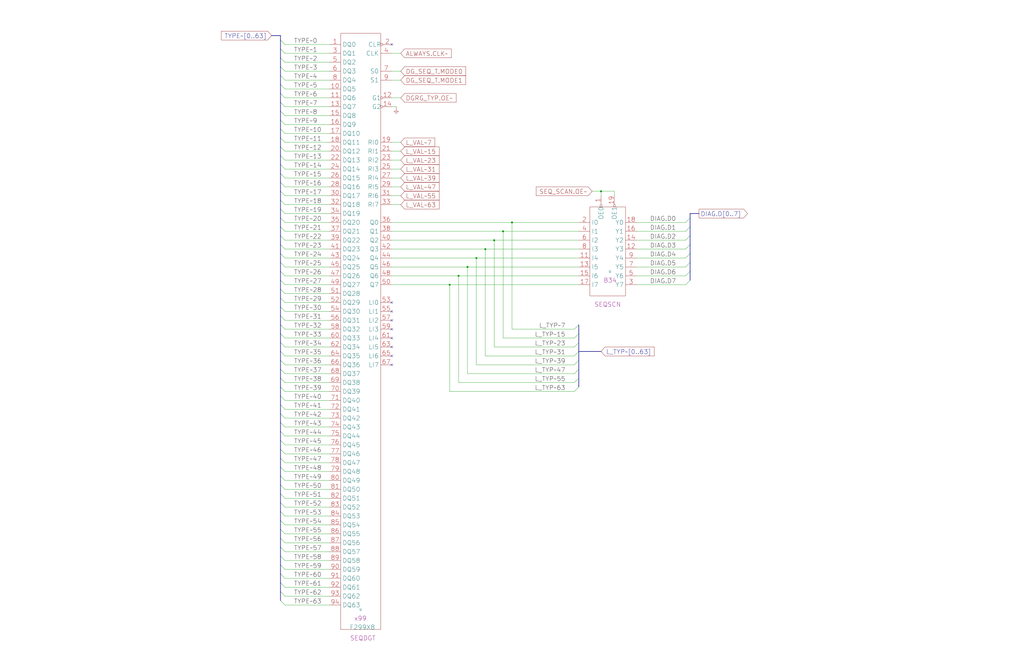
<source format=kicad_sch>
(kicad_sch (version 20220404) (generator eeschema)
  (paper "User" 584.2 378.46)
  (title_block (title "DIAGNOSTIC REGISTER") (date "22-MAY-90") (rev "1.0") (comment 1 "SEQUENCER") (comment 2 "232-003064") (comment 3 "S400") (comment 4 "RELEASED"))
  (lib_symbols
    (symbol "r1000:F244" (pin_names (offset 1.016))
      (property "Reference" "U" (at 2.54 5.08 0))
      (property "Value" "F244" (at -3.81 -7.62 0))
      (property "Location" "___" (at -1.27 0 0))
      (property "Name" "______" (at 1.27 -15.24 0))
      (symbol "F244_1_1"
        (rectangle (start -8.89 41.91) (end 11.43 -8.89))
        (circle (center -2.54 42.545) (radius 0.635))
        (circle (center 5.08 42.545) (radius 0.635))
        (pin input line (at -2.54 48.26 270) (length 5.08) (name "OE0") (number "1"))
        (pin input line (at -15.24 12.7 0) (length 6.35) (name "I4") (number "11"))
        (pin tri_state line (at 17.78 17.78 180) (length 6.35) (name "Y3") (number "12"))
        (pin input line (at -15.24 7.62 0) (length 6.35) (name "I5") (number "13"))
        (pin tri_state line (at 17.78 22.86 180) (length 6.35) (name "Y2") (number "14"))
        (pin input line (at -15.24 2.54 0) (length 6.35) (name "I6") (number "15"))
        (pin tri_state line (at 17.78 27.94 180) (length 6.35) (name "Y1") (number "16"))
        (pin input line (at -15.24 -2.54 0) (length 6.35) (name "I7") (number "17"))
        (pin tri_state line (at 17.78 33.02 180) (length 6.35) (name "Y0") (number "18"))
        (pin input line (at 5.08 48.26 270) (length 5.08) (name "OE1") (number "19"))
        (pin input line (at -15.24 33.02 0) (length 6.35) (name "I0") (number "2"))
        (pin tri_state line (at 17.78 -2.54 180) (length 6.35) (name "Y7") (number "3"))
        (pin input line (at -15.24 27.94 0) (length 6.35) (name "I1") (number "4"))
        (pin tri_state line (at 17.78 2.54 180) (length 6.35) (name "Y6") (number "5"))
        (pin input line (at -15.24 22.86 0) (length 6.35) (name "I2") (number "6"))
        (pin tri_state line (at 17.78 7.62 180) (length 6.35) (name "Y5") (number "7"))
        (pin input line (at -15.24 17.78 0) (length 6.35) (name "I3") (number "8"))
        (pin tri_state line (at 17.78 12.7 180) (length 6.35) (name "Y4") (number "9"))
      )
    )
    (symbol "r1000:F299X8" (pin_names (offset 1.016))
      (property "Reference" "U" (at 2.54 5.08 0))
      (property "Value" "F299X8" (at -3.81 -5.08 0))
      (property "Location" "___" (at -1.27 0 0))
      (property "Name" "______" (at 3.81 -12.7 0))
      (symbol "F299X8_1_1"
        (rectangle (start -8.89 334.01) (end 13.97 -6.35))
        (circle (center 14.605 292.1) (radius 0.635))
        (circle (center 14.605 297.18) (radius 0.635))
        (circle (center 14.605 327.66) (radius 0.635))
        (pin bidirectional line (at -15.24 327.66 0) (length 6.35) (name "DQ0") (number "1"))
        (pin bidirectional line (at -15.24 302.26 0) (length 6.35) (name "DQ5") (number "10"))
        (pin bidirectional line (at -15.24 297.18 0) (length 6.35) (name "DQ6") (number "11"))
        (pin input line (at 20.32 297.18 180) (length 5.08) (name "G1") (number "12"))
        (pin bidirectional line (at -15.24 292.1 0) (length 6.35) (name "DQ7") (number "13"))
        (pin input line (at 20.32 292.1 180) (length 5.08) (name "G2") (number "14"))
        (pin bidirectional line (at -15.24 287.02 0) (length 6.35) (name "DQ8") (number "15"))
        (pin bidirectional line (at -15.24 281.94 0) (length 6.35) (name "DQ9") (number "16"))
        (pin bidirectional line (at -15.24 276.86 0) (length 6.35) (name "DQ10") (number "17"))
        (pin bidirectional line (at -15.24 271.78 0) (length 6.35) (name "DQ11") (number "18"))
        (pin input line (at 20.32 271.78 180) (length 6.35) (name "RI0") (number "19"))
        (pin input line (at 20.32 327.66 180) (length 5.08) (name "CLR") (number "2"))
        (pin bidirectional line (at -15.24 266.7 0) (length 6.35) (name "DQ12") (number "20"))
        (pin input line (at 20.32 266.7 180) (length 6.35) (name "RI1") (number "21"))
        (pin bidirectional line (at -15.24 261.62 0) (length 6.35) (name "DQ13") (number "22"))
        (pin input line (at 20.32 261.62 180) (length 6.35) (name "RI2") (number "23"))
        (pin bidirectional line (at -15.24 256.54 0) (length 6.35) (name "DQ14") (number "24"))
        (pin input line (at 20.32 256.54 180) (length 6.35) (name "RI3") (number "25"))
        (pin bidirectional line (at -15.24 251.46 0) (length 6.35) (name "DQ15") (number "26"))
        (pin input line (at 20.32 251.46 180) (length 6.35) (name "RI4") (number "27"))
        (pin bidirectional line (at -15.24 246.38 0) (length 6.35) (name "DQ16") (number "28"))
        (pin input line (at 20.32 246.38 180) (length 6.35) (name "RI5") (number "29"))
        (pin bidirectional line (at -15.24 322.58 0) (length 6.35) (name "DQ1") (number "3"))
        (pin bidirectional line (at -15.24 241.3 0) (length 6.35) (name "DQ17") (number "30"))
        (pin input line (at 20.32 241.3 180) (length 6.35) (name "RI6") (number "31"))
        (pin bidirectional line (at -15.24 236.22 0) (length 6.35) (name "DQ18") (number "32"))
        (pin input line (at 20.32 236.22 180) (length 6.35) (name "RI7") (number "33"))
        (pin bidirectional line (at -15.24 231.14 0) (length 6.35) (name "DQ19") (number "34"))
        (pin bidirectional line (at -15.24 226.06 0) (length 6.35) (name "DQ20") (number "35"))
        (pin output line (at 20.32 226.06 180) (length 6.35) (name "Q0") (number "36"))
        (pin bidirectional line (at -15.24 220.98 0) (length 6.35) (name "DQ21") (number "37"))
        (pin output line (at 20.32 220.98 180) (length 6.35) (name "Q1") (number "38"))
        (pin bidirectional line (at -15.24 215.9 0) (length 6.35) (name "DQ22") (number "39"))
        (pin input line (at 20.32 322.58 180) (length 6.35) (name "CLK") (number "4"))
        (pin output line (at 20.32 215.9 180) (length 6.35) (name "Q2") (number "40"))
        (pin bidirectional line (at -15.24 210.82 0) (length 6.35) (name "DQ23") (number "41"))
        (pin output line (at 20.32 210.82 180) (length 6.35) (name "Q3") (number "42"))
        (pin bidirectional line (at -15.24 205.74 0) (length 6.35) (name "DQ24") (number "43"))
        (pin output line (at 20.32 205.74 180) (length 6.35) (name "Q4") (number "44"))
        (pin bidirectional line (at -15.24 200.66 0) (length 6.35) (name "DQ25") (number "45"))
        (pin output line (at 20.32 200.66 180) (length 6.35) (name "Q5") (number "46"))
        (pin bidirectional line (at -15.24 195.58 0) (length 6.35) (name "DQ26") (number "47"))
        (pin output line (at 20.32 195.58 180) (length 6.35) (name "Q6") (number "48"))
        (pin bidirectional line (at -15.24 190.5 0) (length 6.35) (name "DQ27") (number "49"))
        (pin bidirectional line (at -15.24 317.5 0) (length 6.35) (name "DQ2") (number "5"))
        (pin output line (at 20.32 190.5 180) (length 6.35) (name "Q7") (number "50"))
        (pin bidirectional line (at -15.24 185.42 0) (length 6.35) (name "DQ28") (number "51"))
        (pin bidirectional line (at -15.24 180.34 0) (length 6.35) (name "DQ29") (number "52"))
        (pin input line (at 20.32 180.34 180) (length 6.35) (name "LI0") (number "53"))
        (pin bidirectional line (at -15.24 175.26 0) (length 6.35) (name "DQ30") (number "54"))
        (pin input line (at 20.32 175.26 180) (length 6.35) (name "LI1") (number "55"))
        (pin bidirectional line (at -15.24 170.18 0) (length 6.35) (name "DQ31") (number "56"))
        (pin input line (at 20.32 170.18 180) (length 6.35) (name "LI2") (number "57"))
        (pin bidirectional line (at -15.24 165.1 0) (length 6.35) (name "DQ32") (number "58"))
        (pin input line (at 20.32 165.1 180) (length 6.35) (name "LI3") (number "59"))
        (pin bidirectional line (at -15.24 312.42 0) (length 6.35) (name "DQ3") (number "6"))
        (pin bidirectional line (at -15.24 160.02 0) (length 6.35) (name "DQ33") (number "60"))
        (pin input line (at 20.32 160.02 180) (length 6.35) (name "LI4") (number "61"))
        (pin bidirectional line (at -15.24 154.94 0) (length 6.35) (name "DQ34") (number "62"))
        (pin input line (at 20.32 154.94 180) (length 6.35) (name "LI5") (number "63"))
        (pin bidirectional line (at -15.24 149.86 0) (length 6.35) (name "DQ35") (number "64"))
        (pin input line (at 20.32 149.86 180) (length 6.35) (name "LI6") (number "65"))
        (pin bidirectional line (at -15.24 144.78 0) (length 6.35) (name "DQ36") (number "66"))
        (pin input line (at 20.32 144.78 180) (length 6.35) (name "LI7") (number "67"))
        (pin bidirectional line (at -15.24 139.7 0) (length 6.35) (name "DQ37") (number "68"))
        (pin bidirectional line (at -15.24 134.62 0) (length 6.35) (name "DQ38") (number "69"))
        (pin input line (at 20.32 312.42 180) (length 6.35) (name "S0") (number "7"))
        (pin bidirectional line (at -15.24 129.54 0) (length 6.35) (name "DQ39") (number "70"))
        (pin bidirectional line (at -15.24 124.46 0) (length 6.35) (name "DQ40") (number "71"))
        (pin bidirectional line (at -15.24 119.38 0) (length 6.35) (name "DQ41") (number "72"))
        (pin bidirectional line (at -15.24 114.3 0) (length 6.35) (name "DQ42") (number "73"))
        (pin bidirectional line (at -15.24 109.22 0) (length 6.35) (name "DQ43") (number "74"))
        (pin bidirectional line (at -15.24 104.14 0) (length 6.35) (name "DQ44") (number "75"))
        (pin bidirectional line (at -15.24 99.06 0) (length 6.35) (name "DQ45") (number "76"))
        (pin bidirectional line (at -15.24 93.98 0) (length 6.35) (name "DQ46") (number "77"))
        (pin bidirectional line (at -15.24 88.9 0) (length 6.35) (name "DQ47") (number "78"))
        (pin bidirectional line (at -15.24 83.82 0) (length 6.35) (name "DQ48") (number "79"))
        (pin bidirectional line (at -15.24 307.34 0) (length 6.35) (name "DQ4") (number "8"))
        (pin bidirectional line (at -15.24 78.74 0) (length 6.35) (name "DQ49") (number "80"))
        (pin bidirectional line (at -15.24 73.66 0) (length 6.35) (name "DQ50") (number "81"))
        (pin bidirectional line (at -15.24 68.58 0) (length 6.35) (name "DQ51") (number "82"))
        (pin bidirectional line (at -15.24 63.5 0) (length 6.35) (name "DQ52") (number "83"))
        (pin bidirectional line (at -15.24 58.42 0) (length 6.35) (name "DQ53") (number "84"))
        (pin bidirectional line (at -15.24 53.34 0) (length 6.35) (name "DQ54") (number "85"))
        (pin bidirectional line (at -15.24 48.26 0) (length 6.35) (name "DQ55") (number "86"))
        (pin bidirectional line (at -15.24 43.18 0) (length 6.35) (name "DQ56") (number "87"))
        (pin bidirectional line (at -15.24 38.1 0) (length 6.35) (name "DQ57") (number "88"))
        (pin bidirectional line (at -15.24 33.02 0) (length 6.35) (name "DQ58") (number "89"))
        (pin input line (at 20.32 307.34 180) (length 6.35) (name "S1") (number "9"))
        (pin bidirectional line (at -15.24 27.94 0) (length 6.35) (name "DQ59") (number "90"))
        (pin bidirectional line (at -15.24 22.86 0) (length 6.35) (name "DQ60") (number "91"))
        (pin bidirectional line (at -15.24 17.78 0) (length 6.35) (name "DQ61") (number "92"))
        (pin bidirectional line (at -15.24 12.7 0) (length 6.35) (name "DQ62") (number "93"))
        (pin bidirectional line (at -15.24 7.62 0) (length 6.35) (name "DQ63") (number "94"))
      )
    )
    (symbol "r1000:PD" (power) (pin_numbers hide) (pin_names hide) (in_bom no)
      (symbol "PD_0_1"
        (polyline (pts (xy 0 -2.54) (xy 1.27 -2.54) (xy 0 -3.81) (xy -1.27 -2.54) (xy 0 -2.54)) (stroke (width 0.1524)))
      )
      (symbol "PD_1_1"
        (pin power_in line (at 0 0 270) (length 2.54) (name "PD") (number "1"))
      )
    )
  )
  (junction (at 271.78 147.32))
  (junction (at 287.02 132.08))
  (junction (at 266.7 152.4))
  (junction (at 276.86 142.24))
  (junction (at 342.9 109.22))
  (junction (at 292.1 127))
  (junction (at 256.54 162.56))
  (junction (at 261.62 157.48))
  (junction (at 281.94 137.16))
  (no_connect (at 223.52 208.28))
  (no_connect (at 223.52 187.96))
  (no_connect (at 223.52 182.88))
  (no_connect (at 223.52 203.2))
  (no_connect (at 223.52 25.4))
  (no_connect (at 223.52 172.72))
  (no_connect (at 223.52 177.8))
  (no_connect (at 223.52 198.12))
  (no_connect (at 223.52 193.04))
  (bus_entry (at 160.02 48.26) (size 2.54 2.54))
  (bus_entry (at 330.2 195.58) (size -2.54 2.54))
  (bus_entry (at 160.02 53.34) (size 2.54 2.54))
  (bus_entry (at 160.02 337.82) (size 2.54 2.54))
  (bus_entry (at 160.02 63.5) (size 2.54 2.54))
  (bus_entry (at 393.7 149.86) (size -2.54 2.54))
  (bus_entry (at 160.02 292.1) (size 2.54 2.54))
  (bus_entry (at 160.02 317.5) (size 2.54 2.54))
  (bus_entry (at 393.7 154.94) (size -2.54 2.54))
  (bus_entry (at 160.02 302.26) (size 2.54 2.54))
  (bus_entry (at 160.02 342.9) (size 2.54 2.54))
  (bus_entry (at 160.02 175.26) (size 2.54 2.54))
  (bus_entry (at 160.02 134.62) (size 2.54 2.54))
  (bus_entry (at 160.02 119.38) (size 2.54 2.54))
  (bus_entry (at 393.7 129.54) (size -2.54 2.54))
  (bus_entry (at 160.02 27.94) (size 2.54 2.54))
  (bus_entry (at 330.2 185.42) (size -2.54 2.54))
  (bus_entry (at 160.02 276.86) (size 2.54 2.54))
  (bus_entry (at 160.02 261.62) (size 2.54 2.54))
  (bus_entry (at 160.02 312.42) (size 2.54 2.54))
  (bus_entry (at 160.02 83.82) (size 2.54 2.54))
  (bus_entry (at 160.02 241.3) (size 2.54 2.54))
  (bus_entry (at 393.7 144.78) (size -2.54 2.54))
  (bus_entry (at 160.02 205.74) (size 2.54 2.54))
  (bus_entry (at 160.02 281.94) (size 2.54 2.54))
  (bus_entry (at 160.02 231.14) (size 2.54 2.54))
  (bus_entry (at 160.02 114.3) (size 2.54 2.54))
  (bus_entry (at 160.02 165.1) (size 2.54 2.54))
  (bus_entry (at 393.7 160.02) (size -2.54 2.54))
  (bus_entry (at 330.2 200.66) (size -2.54 2.54))
  (bus_entry (at 160.02 154.94) (size 2.54 2.54))
  (bus_entry (at 393.7 124.46) (size -2.54 2.54))
  (bus_entry (at 330.2 215.9) (size -2.54 2.54))
  (bus_entry (at 160.02 139.7) (size 2.54 2.54))
  (bus_entry (at 160.02 43.18) (size 2.54 2.54))
  (bus_entry (at 160.02 180.34) (size 2.54 2.54))
  (bus_entry (at 160.02 190.5) (size 2.54 2.54))
  (bus_entry (at 330.2 210.82) (size -2.54 2.54))
  (bus_entry (at 160.02 78.74) (size 2.54 2.54))
  (bus_entry (at 160.02 256.54) (size 2.54 2.54))
  (bus_entry (at 160.02 104.14) (size 2.54 2.54))
  (bus_entry (at 160.02 332.74) (size 2.54 2.54))
  (bus_entry (at 160.02 327.66) (size 2.54 2.54))
  (bus_entry (at 160.02 160.02) (size 2.54 2.54))
  (bus_entry (at 160.02 322.58) (size 2.54 2.54))
  (bus_entry (at 160.02 22.86) (size 2.54 2.54))
  (bus_entry (at 160.02 307.34) (size 2.54 2.54))
  (bus_entry (at 160.02 73.66) (size 2.54 2.54))
  (bus_entry (at 160.02 251.46) (size 2.54 2.54))
  (bus_entry (at 393.7 139.7) (size -2.54 2.54))
  (bus_entry (at 160.02 200.66) (size 2.54 2.54))
  (bus_entry (at 330.2 220.98) (size -2.54 2.54))
  (bus_entry (at 160.02 99.06) (size 2.54 2.54))
  (bus_entry (at 160.02 246.38) (size 2.54 2.54))
  (bus_entry (at 160.02 236.22) (size 2.54 2.54))
  (bus_entry (at 160.02 215.9) (size 2.54 2.54))
  (bus_entry (at 160.02 58.42) (size 2.54 2.54))
  (bus_entry (at 160.02 33.02) (size 2.54 2.54))
  (bus_entry (at 160.02 129.54) (size 2.54 2.54))
  (bus_entry (at 160.02 88.9) (size 2.54 2.54))
  (bus_entry (at 160.02 109.22) (size 2.54 2.54))
  (bus_entry (at 160.02 287.02) (size 2.54 2.54))
  (bus_entry (at 160.02 220.98) (size 2.54 2.54))
  (bus_entry (at 393.7 134.62) (size -2.54 2.54))
  (bus_entry (at 160.02 93.98) (size 2.54 2.54))
  (bus_entry (at 160.02 195.58) (size 2.54 2.54))
  (bus_entry (at 160.02 185.42) (size 2.54 2.54))
  (bus_entry (at 160.02 170.18) (size 2.54 2.54))
  (bus_entry (at 160.02 210.82) (size 2.54 2.54))
  (bus_entry (at 160.02 297.18) (size 2.54 2.54))
  (bus_entry (at 330.2 205.74) (size -2.54 2.54))
  (bus_entry (at 160.02 226.06) (size 2.54 2.54))
  (bus_entry (at 160.02 144.78) (size 2.54 2.54))
  (bus_entry (at 160.02 271.78) (size 2.54 2.54))
  (bus_entry (at 160.02 149.86) (size 2.54 2.54))
  (bus_entry (at 160.02 124.46) (size 2.54 2.54))
  (bus_entry (at 160.02 38.1) (size 2.54 2.54))
  (bus_entry (at 160.02 266.7) (size 2.54 2.54))
  (bus_entry (at 160.02 68.58) (size 2.54 2.54))
  (bus_entry (at 330.2 190.5) (size -2.54 2.54))
  (wire (pts (xy 223.52 101.6) (xy 228.6 101.6)))
  (bus (pts (xy 393.7 124.46) (xy 393.7 129.54)))
  (wire (pts (xy 187.96 127) (xy 162.56 127)))
  (bus (pts (xy 160.02 200.66) (xy 160.02 205.74)))
  (wire (pts (xy 187.96 243.84) (xy 162.56 243.84)))
  (wire (pts (xy 187.96 66.04) (xy 162.56 66.04)))
  (wire (pts (xy 187.96 55.88) (xy 162.56 55.88)))
  (bus (pts (xy 160.02 246.38) (xy 160.02 251.46)))
  (wire (pts (xy 187.96 35.56) (xy 162.56 35.56)))
  (wire (pts (xy 223.52 162.56) (xy 256.54 162.56)))
  (bus (pts (xy 160.02 266.7) (xy 160.02 271.78)))
  (bus (pts (xy 160.02 261.62) (xy 160.02 266.7)))
  (wire (pts (xy 266.7 152.4) (xy 330.2 152.4)))
  (bus (pts (xy 160.02 271.78) (xy 160.02 276.86)))
  (wire (pts (xy 363.22 142.24) (xy 391.16 142.24)))
  (wire (pts (xy 187.96 345.44) (xy 162.56 345.44)))
  (wire (pts (xy 223.52 116.84) (xy 228.6 116.84)))
  (wire (pts (xy 223.52 132.08) (xy 287.02 132.08)))
  (wire (pts (xy 223.52 137.16) (xy 281.94 137.16)))
  (wire (pts (xy 223.52 30.48) (xy 228.6 30.48)))
  (bus (pts (xy 330.2 195.58) (xy 330.2 200.66)))
  (wire (pts (xy 223.52 86.36) (xy 228.6 86.36)))
  (wire (pts (xy 187.96 325.12) (xy 162.56 325.12)))
  (wire (pts (xy 363.22 132.08) (xy 391.16 132.08)))
  (wire (pts (xy 223.52 91.44) (xy 228.6 91.44)))
  (wire (pts (xy 187.96 203.2) (xy 162.56 203.2)))
  (wire (pts (xy 187.96 177.8) (xy 162.56 177.8)))
  (wire (pts (xy 281.94 198.12) (xy 281.94 137.16)))
  (bus (pts (xy 160.02 73.66) (xy 160.02 78.74)))
  (wire (pts (xy 187.96 294.64) (xy 162.56 294.64)))
  (bus (pts (xy 160.02 281.94) (xy 160.02 287.02)))
  (bus (pts (xy 393.7 121.92) (xy 398.78 121.92)))
  (bus (pts (xy 160.02 38.1) (xy 160.02 43.18)))
  (wire (pts (xy 256.54 223.52) (xy 327.66 223.52)))
  (wire (pts (xy 287.02 193.04) (xy 327.66 193.04)))
  (wire (pts (xy 276.86 203.2) (xy 276.86 142.24)))
  (wire (pts (xy 342.9 109.22) (xy 350.52 109.22)))
  (bus (pts (xy 160.02 99.06) (xy 160.02 104.14)))
  (wire (pts (xy 187.96 25.4) (xy 162.56 25.4)))
  (bus (pts (xy 393.7 121.92) (xy 393.7 124.46)))
  (bus (pts (xy 393.7 154.94) (xy 393.7 160.02)))
  (wire (pts (xy 292.1 127) (xy 330.2 127)))
  (wire (pts (xy 187.96 304.8) (xy 162.56 304.8)))
  (bus (pts (xy 160.02 109.22) (xy 160.02 114.3)))
  (wire (pts (xy 223.52 111.76) (xy 228.6 111.76)))
  (wire (pts (xy 187.96 86.36) (xy 162.56 86.36)))
  (bus (pts (xy 393.7 139.7) (xy 393.7 144.78)))
  (wire (pts (xy 187.96 116.84) (xy 162.56 116.84)))
  (wire (pts (xy 187.96 132.08) (xy 162.56 132.08)))
  (bus (pts (xy 160.02 180.34) (xy 160.02 185.42)))
  (wire (pts (xy 271.78 147.32) (xy 330.2 147.32)))
  (wire (pts (xy 223.52 60.96) (xy 226.06 60.96)))
  (wire (pts (xy 287.02 132.08) (xy 330.2 132.08)))
  (wire (pts (xy 187.96 218.44) (xy 162.56 218.44)))
  (wire (pts (xy 187.96 152.4) (xy 162.56 152.4)))
  (wire (pts (xy 187.96 147.32) (xy 162.56 147.32)))
  (bus (pts (xy 330.2 190.5) (xy 330.2 195.58)))
  (wire (pts (xy 187.96 193.04) (xy 162.56 193.04)))
  (bus (pts (xy 160.02 190.5) (xy 160.02 195.58)))
  (bus (pts (xy 160.02 139.7) (xy 160.02 144.78)))
  (wire (pts (xy 266.7 213.36) (xy 327.66 213.36)))
  (wire (pts (xy 187.96 157.48) (xy 162.56 157.48)))
  (wire (pts (xy 187.96 208.28) (xy 162.56 208.28)))
  (bus (pts (xy 330.2 205.74) (xy 330.2 210.82)))
  (wire (pts (xy 187.96 167.64) (xy 162.56 167.64)))
  (bus (pts (xy 160.02 78.74) (xy 160.02 83.82)))
  (bus (pts (xy 160.02 231.14) (xy 160.02 236.22)))
  (bus (pts (xy 160.02 205.74) (xy 160.02 210.82)))
  (bus (pts (xy 160.02 307.34) (xy 160.02 312.42)))
  (wire (pts (xy 187.96 259.08) (xy 162.56 259.08)))
  (bus (pts (xy 160.02 160.02) (xy 160.02 165.1)))
  (wire (pts (xy 187.96 248.92) (xy 162.56 248.92)))
  (wire (pts (xy 187.96 223.52) (xy 162.56 223.52)))
  (bus (pts (xy 160.02 149.86) (xy 160.02 154.94)))
  (bus (pts (xy 160.02 63.5) (xy 160.02 68.58)))
  (bus (pts (xy 160.02 43.18) (xy 160.02 48.26)))
  (bus (pts (xy 160.02 215.9) (xy 160.02 220.98)))
  (wire (pts (xy 187.96 96.52) (xy 162.56 96.52)))
  (bus (pts (xy 160.02 144.78) (xy 160.02 149.86)))
  (bus (pts (xy 160.02 22.86) (xy 160.02 27.94)))
  (wire (pts (xy 187.96 106.68) (xy 162.56 106.68)))
  (bus (pts (xy 160.02 210.82) (xy 160.02 215.9)))
  (bus (pts (xy 160.02 322.58) (xy 160.02 327.66)))
  (wire (pts (xy 187.96 187.96) (xy 162.56 187.96)))
  (wire (pts (xy 363.22 157.48) (xy 391.16 157.48)))
  (bus (pts (xy 393.7 144.78) (xy 393.7 149.86)))
  (wire (pts (xy 187.96 121.92) (xy 162.56 121.92)))
  (wire (pts (xy 187.96 228.6) (xy 162.56 228.6)))
  (wire (pts (xy 187.96 274.32) (xy 162.56 274.32)))
  (wire (pts (xy 187.96 213.36) (xy 162.56 213.36)))
  (bus (pts (xy 160.02 88.9) (xy 160.02 93.98)))
  (wire (pts (xy 281.94 198.12) (xy 327.66 198.12)))
  (bus (pts (xy 160.02 27.94) (xy 160.02 33.02)))
  (wire (pts (xy 187.96 238.76) (xy 162.56 238.76)))
  (wire (pts (xy 187.96 60.96) (xy 162.56 60.96)))
  (wire (pts (xy 187.96 254) (xy 162.56 254)))
  (wire (pts (xy 187.96 40.64) (xy 162.56 40.64)))
  (wire (pts (xy 271.78 208.28) (xy 327.66 208.28)))
  (bus (pts (xy 160.02 332.74) (xy 160.02 337.82)))
  (bus (pts (xy 330.2 185.42) (xy 330.2 190.5)))
  (wire (pts (xy 187.96 111.76) (xy 162.56 111.76)))
  (wire (pts (xy 223.52 142.24) (xy 276.86 142.24)))
  (bus (pts (xy 160.02 114.3) (xy 160.02 119.38)))
  (bus (pts (xy 160.02 134.62) (xy 160.02 139.7)))
  (wire (pts (xy 187.96 340.36) (xy 162.56 340.36)))
  (wire (pts (xy 187.96 137.16) (xy 162.56 137.16)))
  (bus (pts (xy 160.02 337.82) (xy 160.02 342.9)))
  (wire (pts (xy 187.96 284.48) (xy 162.56 284.48)))
  (wire (pts (xy 266.7 213.36) (xy 266.7 152.4)))
  (wire (pts (xy 363.22 147.32) (xy 391.16 147.32)))
  (bus (pts (xy 330.2 215.9) (xy 330.2 220.98)))
  (wire (pts (xy 256.54 162.56) (xy 330.2 162.56)))
  (bus (pts (xy 160.02 226.06) (xy 160.02 231.14)))
  (wire (pts (xy 187.96 172.72) (xy 162.56 172.72)))
  (bus (pts (xy 160.02 48.26) (xy 160.02 53.34)))
  (bus (pts (xy 160.02 175.26) (xy 160.02 180.34)))
  (bus (pts (xy 160.02 297.18) (xy 160.02 302.26)))
  (wire (pts (xy 223.52 152.4) (xy 266.7 152.4)))
  (wire (pts (xy 256.54 223.52) (xy 256.54 162.56)))
  (wire (pts (xy 363.22 162.56) (xy 391.16 162.56)))
  (wire (pts (xy 187.96 162.56) (xy 162.56 162.56)))
  (bus (pts (xy 154.94 20.32) (xy 160.02 20.32)))
  (wire (pts (xy 187.96 50.8) (xy 162.56 50.8)))
  (wire (pts (xy 187.96 299.72) (xy 162.56 299.72)))
  (wire (pts (xy 342.9 109.22) (xy 342.9 111.76)))
  (bus (pts (xy 160.02 236.22) (xy 160.02 241.3)))
  (wire (pts (xy 223.52 147.32) (xy 271.78 147.32)))
  (wire (pts (xy 187.96 279.4) (xy 162.56 279.4)))
  (bus (pts (xy 160.02 170.18) (xy 160.02 175.26)))
  (bus (pts (xy 160.02 312.42) (xy 160.02 317.5)))
  (wire (pts (xy 261.62 218.44) (xy 261.62 157.48)))
  (bus (pts (xy 160.02 119.38) (xy 160.02 124.46)))
  (bus (pts (xy 160.02 292.1) (xy 160.02 297.18)))
  (bus (pts (xy 160.02 20.32) (xy 160.02 22.86)))
  (bus (pts (xy 160.02 104.14) (xy 160.02 109.22)))
  (bus (pts (xy 160.02 165.1) (xy 160.02 170.18)))
  (wire (pts (xy 281.94 137.16) (xy 330.2 137.16)))
  (bus (pts (xy 160.02 124.46) (xy 160.02 129.54)))
  (wire (pts (xy 363.22 152.4) (xy 391.16 152.4)))
  (wire (pts (xy 292.1 127) (xy 292.1 187.96)))
  (wire (pts (xy 223.52 127) (xy 292.1 127)))
  (bus (pts (xy 160.02 185.42) (xy 160.02 190.5)))
  (bus (pts (xy 160.02 327.66) (xy 160.02 332.74)))
  (bus (pts (xy 160.02 93.98) (xy 160.02 99.06)))
  (bus (pts (xy 160.02 33.02) (xy 160.02 38.1)))
  (bus (pts (xy 160.02 302.26) (xy 160.02 307.34)))
  (wire (pts (xy 223.52 55.88) (xy 228.6 55.88)))
  (wire (pts (xy 187.96 45.72) (xy 162.56 45.72)))
  (wire (pts (xy 187.96 71.12) (xy 162.56 71.12)))
  (wire (pts (xy 187.96 335.28) (xy 162.56 335.28)))
  (bus (pts (xy 160.02 276.86) (xy 160.02 281.94)))
  (wire (pts (xy 223.52 106.68) (xy 228.6 106.68)))
  (bus (pts (xy 393.7 149.86) (xy 393.7 154.94)))
  (wire (pts (xy 187.96 101.6) (xy 162.56 101.6)))
  (bus (pts (xy 393.7 129.54) (xy 393.7 134.62)))
  (bus (pts (xy 160.02 129.54) (xy 160.02 134.62)))
  (wire (pts (xy 187.96 233.68) (xy 162.56 233.68)))
  (wire (pts (xy 337.82 109.22) (xy 342.9 109.22)))
  (wire (pts (xy 187.96 264.16) (xy 162.56 264.16)))
  (wire (pts (xy 187.96 76.2) (xy 162.56 76.2)))
  (wire (pts (xy 187.96 314.96) (xy 162.56 314.96)))
  (wire (pts (xy 187.96 91.44) (xy 162.56 91.44)))
  (bus (pts (xy 330.2 200.66) (xy 330.2 205.74)))
  (bus (pts (xy 393.7 134.62) (xy 393.7 139.7)))
  (wire (pts (xy 187.96 320.04) (xy 162.56 320.04)))
  (wire (pts (xy 187.96 30.48) (xy 162.56 30.48)))
  (wire (pts (xy 261.62 218.44) (xy 327.66 218.44)))
  (wire (pts (xy 187.96 142.24) (xy 162.56 142.24)))
  (wire (pts (xy 223.52 81.28) (xy 228.6 81.28)))
  (wire (pts (xy 187.96 309.88) (xy 162.56 309.88)))
  (bus (pts (xy 160.02 53.34) (xy 160.02 58.42)))
  (bus (pts (xy 160.02 251.46) (xy 160.02 256.54)))
  (wire (pts (xy 223.52 157.48) (xy 261.62 157.48)))
  (bus (pts (xy 342.9 200.66) (xy 330.2 200.66)))
  (wire (pts (xy 187.96 269.24) (xy 162.56 269.24)))
  (bus (pts (xy 160.02 154.94) (xy 160.02 160.02)))
  (wire (pts (xy 327.66 187.96) (xy 292.1 187.96)))
  (bus (pts (xy 160.02 317.5) (xy 160.02 322.58)))
  (bus (pts (xy 160.02 220.98) (xy 160.02 226.06)))
  (bus (pts (xy 160.02 83.82) (xy 160.02 88.9)))
  (wire (pts (xy 187.96 330.2) (xy 162.56 330.2)))
  (wire (pts (xy 276.86 203.2) (xy 327.66 203.2)))
  (wire (pts (xy 363.22 137.16) (xy 391.16 137.16)))
  (wire (pts (xy 187.96 182.88) (xy 162.56 182.88)))
  (wire (pts (xy 276.86 142.24) (xy 330.2 142.24)))
  (bus (pts (xy 160.02 68.58) (xy 160.02 73.66)))
  (wire (pts (xy 350.52 109.22) (xy 350.52 111.76)))
  (wire (pts (xy 223.52 45.72) (xy 228.6 45.72)))
  (wire (pts (xy 363.22 127) (xy 391.16 127)))
  (bus (pts (xy 160.02 256.54) (xy 160.02 261.62)))
  (bus (pts (xy 160.02 287.02) (xy 160.02 292.1)))
  (bus (pts (xy 160.02 241.3) (xy 160.02 246.38)))
  (wire (pts (xy 187.96 289.56) (xy 162.56 289.56)))
  (wire (pts (xy 287.02 193.04) (xy 287.02 132.08)))
  (wire (pts (xy 187.96 198.12) (xy 162.56 198.12)))
  (wire (pts (xy 187.96 81.28) (xy 162.56 81.28)))
  (bus (pts (xy 160.02 58.42) (xy 160.02 63.5)))
  (bus (pts (xy 330.2 210.82) (xy 330.2 215.9)))
  (wire (pts (xy 223.52 40.64) (xy 228.6 40.64)))
  (wire (pts (xy 261.62 157.48) (xy 330.2 157.48)))
  (wire (pts (xy 271.78 208.28) (xy 271.78 147.32)))
  (bus (pts (xy 160.02 195.58) (xy 160.02 200.66)))
  (wire (pts (xy 223.52 96.52) (xy 228.6 96.52)))
  (label "L_TYP~55" (at 322.58 218.44 0) (effects (font (size 2.54 2.54))))
  (label "DIAG.D2" (at 370.84 137.16 0) (effects (font (size 2.54 2.54))))
  (label "TYPE~46" (at 167.64 259.08 0) (effects (font (size 2.54 2.54))))
  (label "TYPE~60" (at 167.64 330.2 0) (effects (font (size 2.54 2.54))))
  (label "TYPE~63" (at 167.64 345.44 0) (effects (font (size 2.54 2.54))))
  (label "DIAG.D1" (at 370.84 132.08 0) (effects (font (size 2.54 2.54))))
  (label "TYPE~59" (at 167.64 325.12 0) (effects (font (size 2.54 2.54))))
  (label "TYPE~7" (at 167.64 60.96 0) (effects (font (size 2.54 2.54))))
  (label "TYPE~25" (at 167.64 152.4 0) (effects (font (size 2.54 2.54))))
  (label "TYPE~12" (at 167.64 86.36 0) (effects (font (size 2.54 2.54))))
  (label "TYPE~31" (at 167.64 182.88 0) (effects (font (size 2.54 2.54))))
  (label "TYPE~47" (at 167.64 264.16 0) (effects (font (size 2.54 2.54))))
  (label "TYPE~20" (at 167.64 127 0) (effects (font (size 2.54 2.54))))
  (label "TYPE~6" (at 167.64 55.88 0) (effects (font (size 2.54 2.54))))
  (label "L_TYP~47" (at 322.58 213.36 0) (effects (font (size 2.54 2.54))))
  (label "TYPE~50" (at 167.64 279.4 0) (effects (font (size 2.54 2.54))))
  (label "TYPE~45" (at 167.64 254 0) (effects (font (size 2.54 2.54))))
  (label "TYPE~24" (at 167.64 147.32 0) (effects (font (size 2.54 2.54))))
  (label "TYPE~29" (at 167.64 172.72 0) (effects (font (size 2.54 2.54))))
  (label "TYPE~27" (at 167.64 162.56 0) (effects (font (size 2.54 2.54))))
  (label "TYPE~13" (at 167.64 91.44 0) (effects (font (size 2.54 2.54))))
  (label "TYPE~14" (at 167.64 96.52 0) (effects (font (size 2.54 2.54))))
  (label "TYPE~19" (at 167.64 121.92 0) (effects (font (size 2.54 2.54))))
  (label "TYPE~55" (at 167.64 304.8 0) (effects (font (size 2.54 2.54))))
  (label "L_TYP~39" (at 322.58 208.28 0) (effects (font (size 2.54 2.54))))
  (label "TYPE~9" (at 167.64 71.12 0) (effects (font (size 2.54 2.54))))
  (label "TYPE~48" (at 167.64 269.24 0) (effects (font (size 2.54 2.54))))
  (label "TYPE~21" (at 167.64 132.08 0) (effects (font (size 2.54 2.54))))
  (label "DIAG.D7" (at 370.84 162.56 0) (effects (font (size 2.54 2.54))))
  (label "TYPE~23" (at 167.64 142.24 0) (effects (font (size 2.54 2.54))))
  (label "TYPE~28" (at 167.64 167.64 0) (effects (font (size 2.54 2.54))))
  (label "TYPE~42" (at 167.64 238.76 0) (effects (font (size 2.54 2.54))))
  (label "TYPE~40" (at 167.64 228.6 0) (effects (font (size 2.54 2.54))))
  (label "TYPE~34" (at 167.64 198.12 0) (effects (font (size 2.54 2.54))))
  (label "TYPE~49" (at 167.64 274.32 0) (effects (font (size 2.54 2.54))))
  (label "L_TYP~7" (at 322.58 187.96 0) (effects (font (size 2.54 2.54))))
  (label "TYPE~16" (at 167.64 106.68 0) (effects (font (size 2.54 2.54))))
  (label "TYPE~33" (at 167.64 193.04 0) (effects (font (size 2.54 2.54))))
  (label "L_TYP~63" (at 322.58 223.52 0) (effects (font (size 2.54 2.54))))
  (label "TYPE~8" (at 167.64 66.04 0) (effects (font (size 2.54 2.54))))
  (label "TYPE~10" (at 167.64 76.2 0) (effects (font (size 2.54 2.54))))
  (label "TYPE~61" (at 167.64 335.28 0) (effects (font (size 2.54 2.54))))
  (label "TYPE~53" (at 167.64 294.64 0) (effects (font (size 2.54 2.54))))
  (label "TYPE~51" (at 167.64 284.48 0) (effects (font (size 2.54 2.54))))
  (label "TYPE~38" (at 167.64 218.44 0) (effects (font (size 2.54 2.54))))
  (label "L_TYP~15" (at 322.58 193.04 0) (effects (font (size 2.54 2.54))))
  (label "TYPE~37" (at 167.64 213.36 0) (effects (font (size 2.54 2.54))))
  (label "TYPE~4" (at 167.64 45.72 0) (effects (font (size 2.54 2.54))))
  (label "TYPE~44" (at 167.64 248.92 0) (effects (font (size 2.54 2.54))))
  (label "DIAG.D4" (at 370.84 147.32 0) (effects (font (size 2.54 2.54))))
  (label "TYPE~56" (at 167.64 309.88 0) (effects (font (size 2.54 2.54))))
  (label "TYPE~18" (at 167.64 116.84 0) (effects (font (size 2.54 2.54))))
  (label "TYPE~1" (at 167.64 30.48 0) (effects (font (size 2.54 2.54))))
  (label "TYPE~11" (at 167.64 81.28 0) (effects (font (size 2.54 2.54))))
  (label "TYPE~62" (at 167.64 340.36 0) (effects (font (size 2.54 2.54))))
  (label "TYPE~32" (at 167.64 187.96 0) (effects (font (size 2.54 2.54))))
  (label "TYPE~36" (at 167.64 208.28 0) (effects (font (size 2.54 2.54))))
  (label "TYPE~22" (at 167.64 137.16 0) (effects (font (size 2.54 2.54))))
  (label "TYPE~54" (at 167.64 299.72 0) (effects (font (size 2.54 2.54))))
  (label "TYPE~15" (at 167.64 101.6 0) (effects (font (size 2.54 2.54))))
  (label "TYPE~43" (at 167.64 243.84 0) (effects (font (size 2.54 2.54))))
  (label "L_TYP~23" (at 322.58 198.12 0) (effects (font (size 2.54 2.54))))
  (label "DIAG.D0" (at 370.84 127 0) (effects (font (size 2.54 2.54))))
  (label "DIAG.D5" (at 370.84 152.4 0) (effects (font (size 2.54 2.54))))
  (label "TYPE~58" (at 167.64 320.04 0) (effects (font (size 2.54 2.54))))
  (label "TYPE~41" (at 167.64 233.68 0) (effects (font (size 2.54 2.54))))
  (label "TYPE~57" (at 167.64 314.96 0) (effects (font (size 2.54 2.54))))
  (label "TYPE~26" (at 167.64 157.48 0) (effects (font (size 2.54 2.54))))
  (label "TYPE~39" (at 167.64 223.52 0) (effects (font (size 2.54 2.54))))
  (label "TYPE~5" (at 167.64 50.8 0) (effects (font (size 2.54 2.54))))
  (label "TYPE~35" (at 167.64 203.2 0) (effects (font (size 2.54 2.54))))
  (label "TYPE~0" (at 167.64 25.4 0) (effects (font (size 2.54 2.54))))
  (label "TYPE~17" (at 167.64 111.76 0) (effects (font (size 2.54 2.54))))
  (label "L_TYP~31" (at 322.58 203.2 0) (effects (font (size 2.54 2.54))))
  (label "TYPE~3" (at 167.64 40.64 0) (effects (font (size 2.54 2.54))))
  (label "TYPE~52" (at 167.64 289.56 0) (effects (font (size 2.54 2.54))))
  (label "DIAG.D3" (at 370.84 142.24 0) (effects (font (size 2.54 2.54))))
  (label "TYPE~2" (at 167.64 35.56 0) (effects (font (size 2.54 2.54))))
  (label "TYPE~30" (at 167.64 177.8 0) (effects (font (size 2.54 2.54))))
  (label "DIAG.D6" (at 370.84 157.48 0) (effects (font (size 2.54 2.54))))
  (global_label "L_VAL~31" (shape input) (at 228.6 96.52 0) (effects (font (size 2.54 2.54))) (property "Intersheet References" "${INTERSHEET_REFS}" (at 251.3375 96.52 0) (effects (font (size 1.905 1.905)) (justify left))))
  (global_label "L_VAL~39" (shape input) (at 228.6 101.6 0) (effects (font (size 2.54 2.54))) (property "Intersheet References" "${INTERSHEET_REFS}" (at 251.3375 101.6 0) (effects (font (size 1.905 1.905)) (justify left))))
  (global_label "L_TYP~[0..63]" (shape input) (at 342.9 200.66 0) (effects (font (size 2.54 2.54))) (property "Intersheet References" "${INTERSHEET_REFS}" (at 373.247 200.5013 0) (effects (font (size 1.905 1.905)) (justify left))))
  (global_label "L_VAL~47" (shape input) (at 228.6 106.68 0) (effects (font (size 2.54 2.54))) (property "Intersheet References" "${INTERSHEET_REFS}" (at 251.3375 106.68 0) (effects (font (size 1.905 1.905)) (justify left))))
  (global_label "L_VAL~7" (shape input) (at 228.6 81.28 0) (effects (font (size 2.54 2.54))) (property "Intersheet References" "${INTERSHEET_REFS}" (at 248.9185 81.28 0) (effects (font (size 1.905 1.905)) (justify left))))
  (global_label "DGRG_TYP.OE~" (shape input) (at 228.6 55.88 0) (effects (font (size 2.54 2.54))) (property "Intersheet References" "${INTERSHEET_REFS}" (at 260.1565 55.7213 0) (effects (font (size 1.905 1.905)) (justify left))))
  (global_label "L_VAL~23" (shape input) (at 228.6 91.44 0) (effects (font (size 2.54 2.54))) (property "Intersheet References" "${INTERSHEET_REFS}" (at 251.3375 91.44 0) (effects (font (size 1.905 1.905)) (justify left))))
  (global_label "L_VAL~63" (shape input) (at 228.6 116.84 0) (effects (font (size 2.54 2.54))) (property "Intersheet References" "${INTERSHEET_REFS}" (at 251.3375 116.84 0) (effects (font (size 1.905 1.905)) (justify left))))
  (global_label "DG_SEQ_T.MODE0" (shape input) (at 228.6 40.64 0) (effects (font (size 2.54 2.54))) (property "Intersheet References" "${INTERSHEET_REFS}" (at 265.7203 40.4813 0) (effects (font (size 1.905 1.905)) (justify left))))
  (global_label "L_VAL~55" (shape input) (at 228.6 111.76 0) (effects (font (size 2.54 2.54))) (property "Intersheet References" "${INTERSHEET_REFS}" (at 251.3375 111.76 0) (effects (font (size 1.905 1.905)) (justify left))))
  (global_label "L_VAL~15" (shape input) (at 228.6 86.36 0) (effects (font (size 2.54 2.54))) (property "Intersheet References" "${INTERSHEET_REFS}" (at 251.3375 86.36 0) (effects (font (size 1.905 1.905)) (justify left))))
  (global_label "DG_SEQ_T.MODE1" (shape input) (at 228.6 45.72 0) (effects (font (size 2.54 2.54))) (property "Intersheet References" "${INTERSHEET_REFS}" (at 265.7203 45.5613 0) (effects (font (size 1.905 1.905)) (justify left))))
  (global_label "ALWAYS.CLK~" (shape input) (at 228.6 30.48 0) (effects (font (size 2.54 2.54))) (property "Intersheet References" "${INTERSHEET_REFS}" (at 263.6641 30.3213 0) (effects (font (size 1.905 1.905)) (justify left))))
  (global_label "TYPE~[0..63]" (shape input) (at 154.94 20.32 180) (effects (font (size 2.54 2.54))) (property "Intersheet References" "${INTERSHEET_REFS}" (at 125.4293 20.32 0) (effects (font (size 1.905 1.905)) (justify right))))
  (global_label "SEQ_SCAN.OE~" (shape input) (at 337.82 109.22 180) (effects (font (size 2.54 2.54))) (property "Intersheet References" "${INTERSHEET_REFS}" (at 305.9007 109.0613 0) (effects (font (size 1.905 1.905)) (justify right))))
  (global_label "DIAG.D[0..7]" (shape output) (at 398.78 121.92 0) (effects (font (size 2.54 2.54))) (property "Intersheet References" "${INTERSHEET_REFS}" (at 426.466 121.7613 0) (effects (font (size 1.905 1.905)) (justify left))))
  (symbol (lib_id "r1000:F244") (at 345.44 160.02 0) (unit 1)
    (default_instance (reference "U") (unit 1) (value "") (footprint ""))
    (property "Reference" "U" (at 347.98 154.94 0))
    (property "Location" "B34" (at 344.17 160.02 0) (effects (font (size 2.54 2.54)) (justify left)))
    (property "Name" "SEQSCN" (at 346.71 175.26 0) (effects (font (size 2.54 2.54)) (justify bottom)))
  )
  (symbol (lib_id "r1000:PD") (at 226.06 60.96 0) (unit 1) (in_bom no)
    (default_instance (reference "U") (unit 1) (value "") (footprint ""))
    (property "Reference" "U" (effects hide))
  )
  (symbol (lib_id "r1000:F299X8") (at 203.2 353.06 0) (unit 1)
    (default_instance (reference "U") (unit 1) (value "F299X8") (footprint ""))
    (property "Reference" "U" (at 205.74 347.98 0))
    (property "Value" "F299X8" (at 199.39 358.14 0) (effects (font (size 2.54 2.54)) (justify left)))
    (property "Location" "x99" (at 201.93 353.06 0) (effects (font (size 2.54 2.54)) (justify left)))
    (property "Name" "SEQDGT" (at 207.01 365.76 0) (effects (font (size 2.54 2.54)) (justify bottom)))
  )
)
</source>
